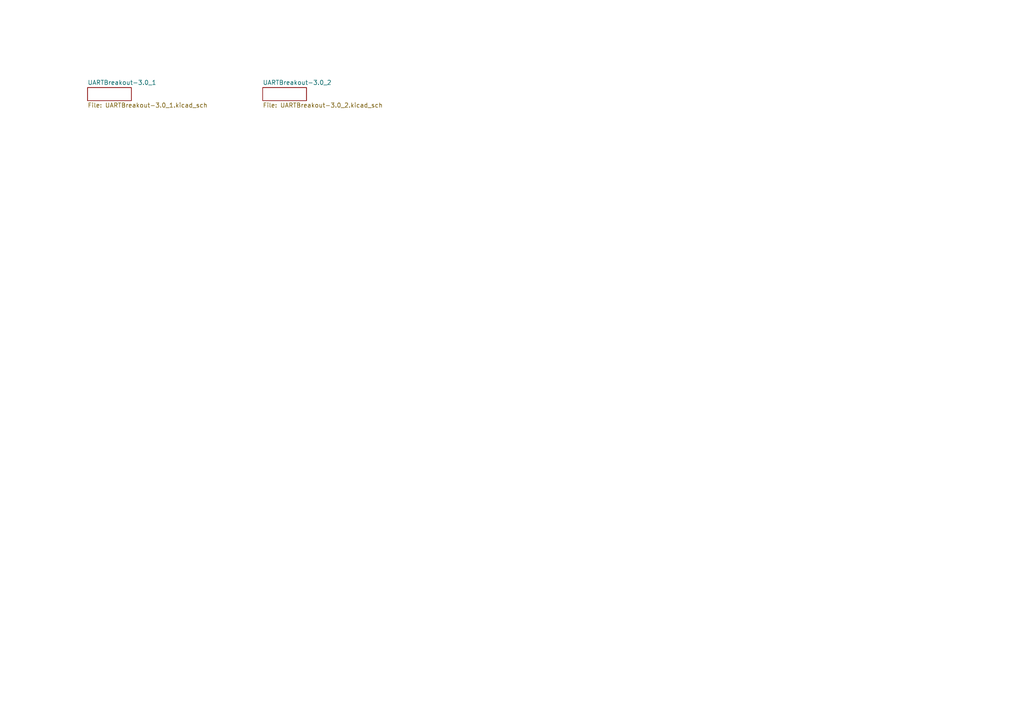
<source format=kicad_sch>
(kicad_sch
	(version 20250114)
	(generator "eeschema")
	(generator_version "9.0")
	(uuid "a6e0edf5-70de-43c5-9db3-adcf1096d278")
	(paper "A4")
	(lib_symbols)
	(sheet
		(at 76.2 25.4)
		(size 12.7 3.81)
		(exclude_from_sim no)
		(in_bom yes)
		(on_board yes)
		(dnp no)
		(fields_autoplaced yes)
		(stroke
			(width 0)
			(type solid)
		)
		(fill
			(color 0 0 0 0.0000)
		)
		(uuid "5e217da1-1a5b-446a-b767-df83cb414335")
		(property "Sheetname" "UARTBreakout-3.0_2"
			(at 76.2 24.6884 0)
			(effects
				(font
					(size 1.27 1.27)
				)
				(justify left bottom)
			)
		)
		(property "Sheetfile" "UARTBreakout-3.0_2.kicad_sch"
			(at 76.2 29.7946 0)
			(effects
				(font
					(size 1.27 1.27)
				)
				(justify left top)
			)
		)
		(instances
			(project "UARTBreakout-3.0"
				(path "/a6e0edf5-70de-43c5-9db3-adcf1096d278"
					(page "2")
				)
			)
		)
	)
	(sheet
		(at 25.4 25.4)
		(size 12.7 3.81)
		(exclude_from_sim no)
		(in_bom yes)
		(on_board yes)
		(dnp no)
		(fields_autoplaced yes)
		(stroke
			(width 0)
			(type solid)
		)
		(fill
			(color 0 0 0 0.0000)
		)
		(uuid "cd3923d5-e9ba-451f-a779-b0cca41779be")
		(property "Sheetname" "UARTBreakout-3.0_1"
			(at 25.4 24.6884 0)
			(effects
				(font
					(size 1.27 1.27)
				)
				(justify left bottom)
			)
		)
		(property "Sheetfile" "UARTBreakout-3.0_1.kicad_sch"
			(at 25.4 29.7946 0)
			(effects
				(font
					(size 1.27 1.27)
				)
				(justify left top)
			)
		)
		(instances
			(project "UARTBreakout-3.0"
				(path "/a6e0edf5-70de-43c5-9db3-adcf1096d278"
					(page "1")
				)
			)
		)
	)
	(sheet_instances
		(path "/"
			(page "1")
		)
	)
	(embedded_fonts no)
)

</source>
